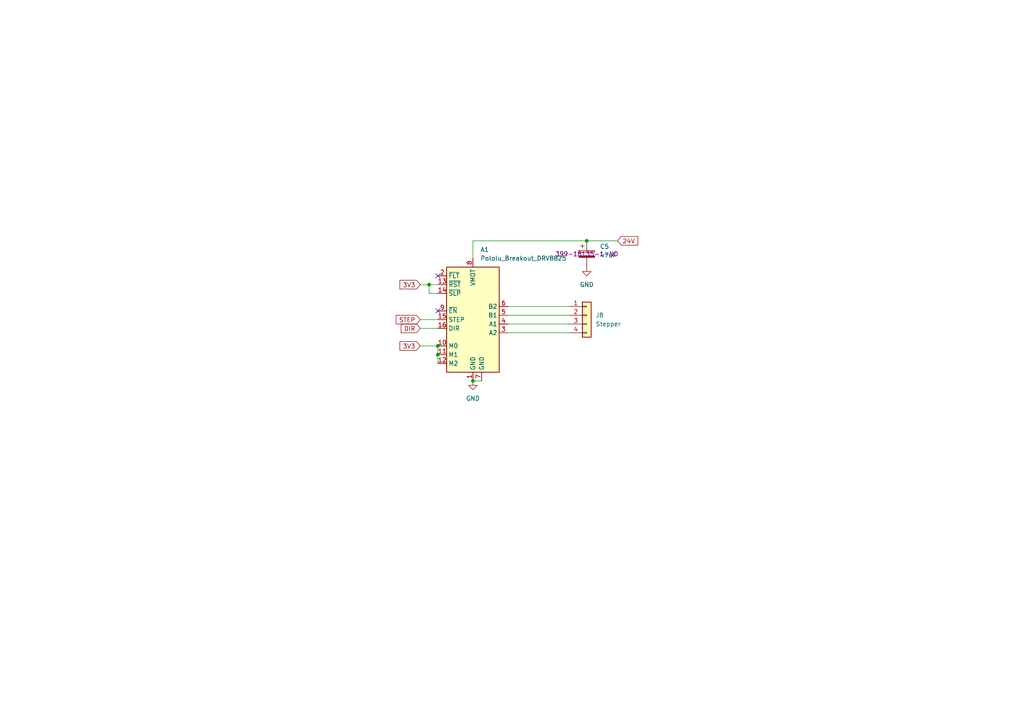
<source format=kicad_sch>
(kicad_sch (version 20250114) (generator "eeschema") (generator_version "9.0")
  (paper "A4")
  (lib_symbols
    (symbol "Connector_Generic:Conn_01x04" (pin_names (offset 1.016) (hide yes))
      (property "Reference" "J" (at 0 5.08 0))
      (property "Value" "Conn_01x04" (at 0 -7.62 0))
      (symbol "Conn_01x04_1_1"
        (rectangle (start -1.27 3.81) (end 1.27 -6.35) (stroke (width 0.254)) (fill (type background)))
        (rectangle (start -1.27 2.667) (end 0 2.413) (stroke (width 0.1524)))
        (rectangle (start -1.27 0.127) (end 0 -0.127) (stroke (width 0.1524)))
        (rectangle (start -1.27 -2.413) (end 0 -2.667) (stroke (width 0.1524)))
        (rectangle (start -1.27 -4.953) (end 0 -5.207) (stroke (width 0.1524)))
        (pin passive line (at -5.08 2.54 0) (length 3.81) (name "Pin_1") (number "1"))
        (pin passive line (at -5.08 0 0) (length 3.81) (name "Pin_2") (number "2"))
        (pin passive line (at -5.08 -2.54 0) (length 3.81) (name "Pin_3") (number "3"))
        (pin passive line (at -5.08 -5.08 0) (length 3.81) (name "Pin_4") (number "4"))
      )
    )
    (symbol "Device:C_Polarized" (pin_numbers (hide yes)) (pin_names (offset 0.254))
      (property "Reference" "C" (at 0.635 2.54 0))
      (property "Value" "C_Polarized" (at 0.635 -2.54 0))
      (symbol "C_Polarized_0_1"
        (rectangle (start -2.286 0.508) (end 2.286 1.016))
        (polyline (pts (xy -1.778 2.286) (xy -0.762 2.286)))
        (polyline (pts (xy -1.27 2.794) (xy -1.27 1.778)))
        (rectangle (start 2.286 -0.508) (end -2.286 -1.016) (fill (type outline)))
      )
      (symbol "C_Polarized_1_1"
        (pin passive line (at 0 3.81 270) (length 2.794) (name "~") (number "1"))
        (pin passive line (at 0 -3.81 90) (length 2.794) (name "~") (number "2"))
      )
    )
    (symbol "Driver_Motor:Pololu_Breakout_DRV8825"
      (property "Reference" "A3" (at 2.1433 17.78 0))
      (property "Value" "Pololu_Breakout_DRV8825" (at 2.1433 15.24 0))
      (symbol "Pololu_Breakout_DRV8825_0_1"
        (rectangle (start -7.62 12.7) (end 7.62 -17.78) (stroke (width 0.254)) (fill (type background)))
      )
      (symbol "Pololu_Breakout_DRV8825_1_1"
        (pin output line (at -10.16 10.16 0) (length 2.54) (name "~{FLT}") (number "2"))
        (pin input line (at -10.16 7.62 0) (length 2.54) (name "~{RST}") (number "13"))
        (pin input line (at -10.16 5.08 0) (length 2.54) (name "~{SLP}") (number "14"))
        (pin input line (at -10.16 0 0) (length 2.54) (name "~{EN}") (number "9"))
        (pin input line (at -10.16 -2.54 0) (length 2.54) (name "STEP") (number "15"))
        (pin input line (at -10.16 -5.08 0) (length 2.54) (name "DIR") (number "16"))
        (pin input line (at -10.16 -10.16 0) (length 2.54) (name "M0") (number "10"))
        (pin input line (at -10.16 -12.7 0) (length 2.54) (name "M1") (number "11"))
        (pin input line (at -10.16 -15.24 0) (length 2.54) (name "M2") (number "12"))
        (pin power_in line (at 0 15.24 270) (length 2.54) (name "VMOT") (number "8"))
        (pin power_in line (at 0 -20.32 90) (length 2.54) (name "GND") (number "1"))
        (pin power_in line (at 2.54 -20.32 90) (length 2.54) (name "GND") (number "7"))
        (pin output line (at 10.16 1.27 180) (length 2.54) (name "B2") (number "6"))
        (pin output line (at 10.16 -1.27 180) (length 2.54) (name "B1") (number "5"))
        (pin output line (at 10.16 -3.81 180) (length 2.54) (name "A1") (number "4"))
        (pin output line (at 10.16 -6.35 180) (length 2.54) (name "A2") (number "3"))
      )
    )
    (symbol "power:GND" (power) (pin_numbers (hide yes)) (pin_names (offset 0) (hide yes))
      (property "Value" "GND" (at 0 -3.81 0))
      (symbol "GND_0_1"
        (polyline (pts (xy 0 0) (xy 0 -1.27) (xy 1.27 -1.27) (xy 0 -2.54) (xy -1.27 -1.27) (xy 0 -1.27)))
      )
      (symbol "GND_1_1"
        (pin power_in line (at 0 0 270) (length 0) (name "~") (number "1"))
      )
    )
  )
  (junction (at 124.46 82.55))
  (junction (at 170.18 69.85))
  (junction (at 137.16 110.49))
  (junction (at 127 100.33))
  (junction (at 127 102.87))
  (no_connect (at 127 80.01))
  (no_connect (at 127 90.17))
  (wire (pts (xy 147.32 93.98) (xy 165.1 93.98)))
  (wire (pts (xy 147.32 91.44) (xy 165.1 91.44)))
  (wire (pts (xy 170.18 69.85) (xy 137.16 69.85)))
  (wire (pts (xy 147.32 88.9) (xy 165.1 88.9)))
  (wire (pts (xy 124.46 82.55) (xy 124.46 85.09)))
  (wire (pts (xy 121.92 82.55) (xy 124.46 82.55)))
  (wire (pts (xy 124.46 85.09) (xy 127 85.09)))
  (wire (pts (xy 179.07 69.85) (xy 170.18 69.85)))
  (wire (pts (xy 121.92 95.25) (xy 127 95.25)))
  (wire (pts (xy 137.16 74.93) (xy 137.16 69.85)))
  (wire (pts (xy 137.16 110.49) (xy 139.7 110.49)))
  (wire (pts (xy 127 102.87) (xy 127 105.41)))
  (wire (pts (xy 127 82.55) (xy 124.46 82.55)))
  (wire (pts (xy 121.92 92.71) (xy 127 92.71)))
  (wire (pts (xy 147.32 96.52) (xy 165.1 96.52)))
  (wire (pts (xy 127 100.33) (xy 127 102.87)))
  (wire (pts (xy 121.92 100.33) (xy 127 100.33)))
  (global_label "3V3" (shape input) (at 121.92 82.55 180) (property "Intersheetrefs" "${INTERSHEET_REFS}" (effects (hide yes))))
  (global_label "24V" (shape input) (at 179.07 69.85 0) (property "Intersheetrefs" "${INTERSHEET_REFS}" (effects (hide yes))))
  (global_label "STEP" (shape input) (at 121.92 92.71 180) (property "Intersheetrefs" "${INTERSHEET_REFS}" (effects (hide yes))))
  (global_label "DIR" (shape input) (at 121.92 95.25 180) (property "Intersheetrefs" "${INTERSHEET_REFS}" (effects (hide yes))))
  (global_label "3V3" (shape input) (at 121.92 100.33 180) (property "Intersheetrefs" "${INTERSHEET_REFS}" (effects (hide yes))))
  (symbol (lib_id "Device:C_Polarized") (at 170.18 73.66 0) (unit 1)
    (property "Reference" "C5" (at 173.99 71.5009 0) (effects (justify left)))
    (property "Value" "47uF" (at 173.99 74.0409 0) (effects (justify left)))
    (property "Footprint" "Alec_lib:CAP_6.3 X 5.8_PAN" (effects (hide yes)))
    (property "Description" "Polarized capacitor" (effects (hide yes)))
    (property "Digikey Part Number" "399-18135-1-ND" (at 170.18 73.66 0))
  )
  (symbol (lib_id "power:GND") (at 170.18 77.47 0) (unit 1)
    (property "Reference" "#PWR017" (effects (hide yes)))
    (property "Value" "GND" (at 170.18 82.55 0))
    (property "Description" "Power symbol creates a global label with name \"GND\" , ground" (effects (hide yes)))
  )
  (symbol (lib_id "power:GND") (at 137.16 110.49 0) (unit 1)
    (property "Reference" "#PWR016" (effects (hide yes)))
    (property "Value" "GND" (at 137.16 115.57 0))
    (property "Description" "Power symbol creates a global label with name \"GND\" , ground" (effects (hide yes)))
  )
  (symbol (lib_id "Driver_Motor:Pololu_Breakout_DRV8825") (at 137.16 90.17 0) (unit 1)
    (property "Reference" "A1" (at 139.3033 72.39 0) (effects (justify left)))
    (property "Value" "Pololu_Breakout_DRV8825" (at 139.3033 74.93 0) (effects (justify left)))
    (property "Footprint" "Module:Pololu_Breakout-16_15.2x20.3mm" (effects (hide yes)))
    (property "Datasheet" "https://www.pololu.com/product/2982" (effects (hide yes)))
    (property "Description" "Pololu Breakout Board, Stepper Driver DRV8825" (effects (hide yes)))
  )
  (symbol (lib_id "Connector_Generic:Conn_01x04") (at 170.18 91.44 0) (unit 1)
    (property "Reference" "J8" (at 172.72 91.4399 0) (effects (justify left)))
    (property "Value" "Stepper" (at 172.72 93.9799 0) (effects (justify left)))
    (property "Footprint" "Connector_PinSocket_2.54mm:PinSocket_1x04_P2.54mm_Vertical" (effects (hide yes)))
    (property "Description" "Generic connector, single row, 01x04, script generated (kicad-library-utils/schlib/autogen/connector/)" (effects (hide yes)))
  )
)
</source>
